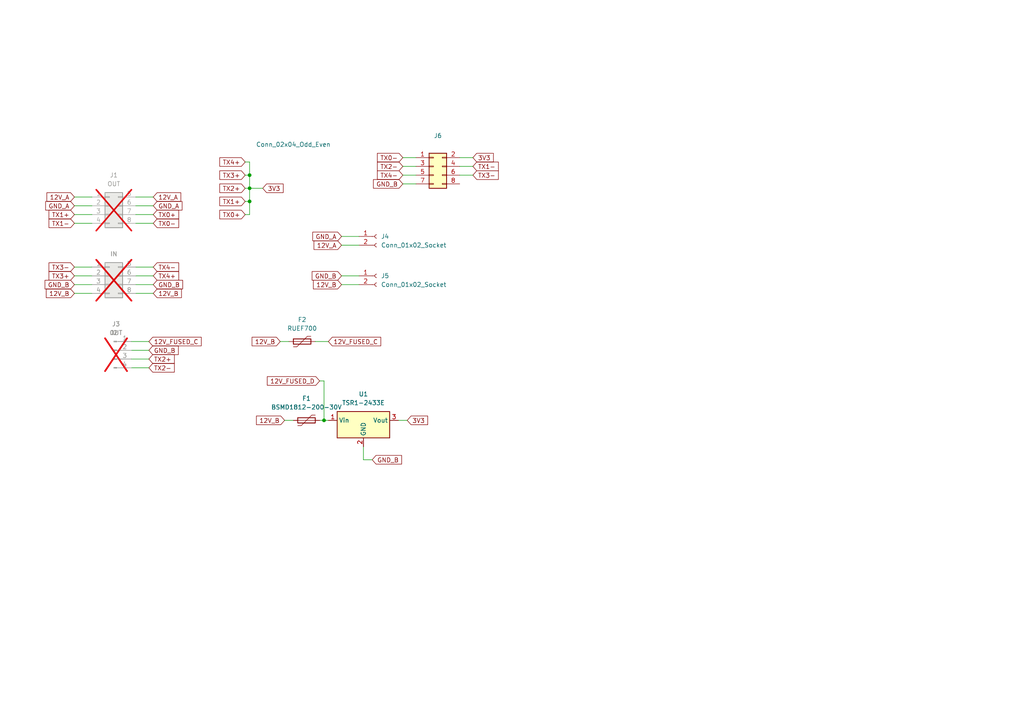
<source format=kicad_sch>
(kicad_sch (version 20250114) (generator "eeschema") (generator_version "9.0")
  (paper "A4")
  (lib_symbols
    (symbol "Connector:Conn_01x02_Socket" (pin_names (offset 1.016) (hide yes))
      (property "Reference" "J" (at 0 2.54 0))
      (property "Value" "Conn_01x02_Socket" (at 0 -5.08 0))
      (symbol "Conn_01x02_Socket_1_1"
        (polyline (pts (xy -1.27 0) (xy -0.508 0)) (stroke (width 0.1524)))
        (polyline (pts (xy -1.27 -2.54) (xy -0.508 -2.54)) (stroke (width 0.1524)))
        (arc (start 0 -0.508) (mid -0.5058 0) (end 0 0.508) (stroke (width 0.1524)))
        (arc (start 0 -3.048) (mid -0.5058 -2.54) (end 0 -2.032) (stroke (width 0.1524)))
        (pin passive line (at -5.08 0 0) (length 3.81) (name "Pin_1") (number "1"))
        (pin passive line (at -5.08 -2.54 0) (length 3.81) (name "Pin_2") (number "2"))
      )
    )
    (symbol "Connector:Conn_01x04_Pin" (pin_names (offset 1.016) (hide yes))
      (property "Reference" "J" (at 0 5.08 0))
      (property "Value" "Conn_01x04_Pin" (at 0 -7.62 0))
      (symbol "Conn_01x04_Pin_1_1"
        (rectangle (start 0.8636 2.667) (end 0 2.413) (stroke (width 0.1524)) (fill (type outline)))
        (rectangle (start 0.8636 0.127) (end 0 -0.127) (stroke (width 0.1524)) (fill (type outline)))
        (rectangle (start 0.8636 -2.413) (end 0 -2.667) (stroke (width 0.1524)) (fill (type outline)))
        (rectangle (start 0.8636 -4.953) (end 0 -5.207) (stroke (width 0.1524)) (fill (type outline)))
        (polyline (pts (xy 1.27 2.54) (xy 0.8636 2.54)) (stroke (width 0.1524)))
        (polyline (pts (xy 1.27 0) (xy 0.8636 0)) (stroke (width 0.1524)))
        (polyline (pts (xy 1.27 -2.54) (xy 0.8636 -2.54)) (stroke (width 0.1524)))
        (polyline (pts (xy 1.27 -5.08) (xy 0.8636 -5.08)) (stroke (width 0.1524)))
        (pin passive line (at 5.08 2.54 180) (length 3.81) (name "Pin_1") (number "1"))
        (pin passive line (at 5.08 0 180) (length 3.81) (name "Pin_2") (number "2"))
        (pin passive line (at 5.08 -2.54 180) (length 3.81) (name "Pin_3") (number "3"))
        (pin passive line (at 5.08 -5.08 180) (length 3.81) (name "Pin_4") (number "4"))
      )
    )
    (symbol "Connector_Generic:Conn_02x04_Odd_Even" (pin_names (offset 1.016) (hide yes))
      (property "Reference" "J" (at 1.27 5.08 0))
      (property "Value" "Conn_02x04_Odd_Even" (at 1.27 -7.62 0))
      (symbol "Conn_02x04_Odd_Even_1_1"
        (rectangle (start -1.27 3.81) (end 3.81 -6.35) (stroke (width 0.254)) (fill (type background)))
        (rectangle (start -1.27 2.667) (end 0 2.413) (stroke (width 0.1524)))
        (rectangle (start -1.27 0.127) (end 0 -0.127) (stroke (width 0.1524)))
        (rectangle (start -1.27 -2.413) (end 0 -2.667) (stroke (width 0.1524)))
        (rectangle (start -1.27 -4.953) (end 0 -5.207) (stroke (width 0.1524)))
        (rectangle (start 3.81 2.667) (end 2.54 2.413) (stroke (width 0.1524)))
        (rectangle (start 3.81 0.127) (end 2.54 -0.127) (stroke (width 0.1524)))
        (rectangle (start 3.81 -2.413) (end 2.54 -2.667) (stroke (width 0.1524)))
        (rectangle (start 3.81 -4.953) (end 2.54 -5.207) (stroke (width 0.1524)))
        (pin passive line (at -5.08 2.54 0) (length 3.81) (name "Pin_1") (number "1"))
        (pin passive line (at -5.08 0 0) (length 3.81) (name "Pin_3") (number "3"))
        (pin passive line (at -5.08 -2.54 0) (length 3.81) (name "Pin_5") (number "5"))
        (pin passive line (at -5.08 -5.08 0) (length 3.81) (name "Pin_7") (number "7"))
        (pin passive line (at 7.62 2.54 180) (length 3.81) (name "Pin_2") (number "2"))
        (pin passive line (at 7.62 0 180) (length 3.81) (name "Pin_4") (number "4"))
        (pin passive line (at 7.62 -2.54 180) (length 3.81) (name "Pin_6") (number "6"))
        (pin passive line (at 7.62 -5.08 180) (length 3.81) (name "Pin_8") (number "8"))
      )
    )
    (symbol "Connector_Generic:Conn_02x04_Top_Bottom" (pin_names (offset 1.016) (hide yes))
      (property "Reference" "J" (at 1.27 5.08 0))
      (property "Value" "Conn_02x04_Top_Bottom" (at 1.27 -7.62 0))
      (symbol "Conn_02x04_Top_Bottom_1_1"
        (rectangle (start -1.27 3.81) (end 3.81 -6.35) (stroke (width 0.254)) (fill (type background)))
        (rectangle (start -1.27 2.667) (end 0 2.413) (stroke (width 0.1524)))
        (rectangle (start -1.27 0.127) (end 0 -0.127) (stroke (width 0.1524)))
        (rectangle (start -1.27 -2.413) (end 0 -2.667) (stroke (width 0.1524)))
        (rectangle (start -1.27 -4.953) (end 0 -5.207) (stroke (width 0.1524)))
        (rectangle (start 3.81 2.667) (end 2.54 2.413) (stroke (width 0.1524)))
        (rectangle (start 3.81 0.127) (end 2.54 -0.127) (stroke (width 0.1524)))
        (rectangle (start 3.81 -2.413) (end 2.54 -2.667) (stroke (width 0.1524)))
        (rectangle (start 3.81 -4.953) (end 2.54 -5.207) (stroke (width 0.1524)))
        (pin passive line (at -5.08 2.54 0) (length 3.81) (name "Pin_1") (number "1"))
        (pin passive line (at -5.08 0 0) (length 3.81) (name "Pin_2") (number "2"))
        (pin passive line (at -5.08 -2.54 0) (length 3.81) (name "Pin_3") (number "3"))
        (pin passive line (at -5.08 -5.08 0) (length 3.81) (name "Pin_4") (number "4"))
        (pin passive line (at 7.62 2.54 180) (length 3.81) (name "Pin_5") (number "5"))
        (pin passive line (at 7.62 0 180) (length 3.81) (name "Pin_6") (number "6"))
        (pin passive line (at 7.62 -2.54 180) (length 3.81) (name "Pin_7") (number "7"))
        (pin passive line (at 7.62 -5.08 180) (length 3.81) (name "Pin_8") (number "8"))
      )
    )
    (symbol "Device:Polyfuse" (pin_numbers (hide yes)) (pin_names (offset 0))
      (property "Reference" "F" (at -2.54 0 90))
      (property "Value" "Polyfuse" (at 2.54 0 90))
      (symbol "Polyfuse_0_1"
        (polyline (pts (xy -1.524 2.54) (xy -1.524 1.524) (xy 1.524 -1.524) (xy 1.524 -2.54)))
        (rectangle (start -0.762 2.54) (end 0.762 -2.54) (stroke (width 0.254)))
        (polyline (pts (xy 0 2.54) (xy 0 -2.54)))
      )
      (symbol "Polyfuse_1_1"
        (pin passive line (at 0 3.81 270) (length 1.27) (name "~") (number "1"))
        (pin passive line (at 0 -3.81 90) (length 1.27) (name "~") (number "2"))
      )
    )
    (symbol "Regulator_Switching:TSR1-2433E"
      (property "Reference" "U" (at -7.62 6.35 0))
      (property "Value" "TSR1-2433E" (at -3.81 6.35 0))
      (symbol "TSR1-2433E_0_1"
        (rectangle (start -7.62 5.08) (end 7.62 -2.54) (stroke (width 0.254)) (fill (type background)))
      )
      (symbol "TSR1-2433E_1_1"
        (pin power_in line (at -10.16 2.54 0) (length 2.54) (name "Vin") (number "1"))
        (pin power_in line (at 0 -5.08 90) (length 2.54) (name "GND") (number "2"))
        (pin power_out line (at 10.16 2.54 180) (length 2.54) (name "Vout") (number "3"))
      )
    )
  )
  (junction (at 72.39 54.61))
  (junction (at 72.39 58.42))
  (junction (at 93.98 121.92))
  (junction (at 72.39 50.8))
  (wire (pts (xy 21.59 80.01) (xy 26.67 80.01)))
  (wire (pts (xy 39.37 57.15) (xy 44.45 57.15)))
  (wire (pts (xy 116.84 50.8) (xy 120.65 50.8)))
  (wire (pts (xy 92.71 121.92) (xy 93.98 121.92)))
  (wire (pts (xy 43.18 101.6) (xy 38.1 101.6)))
  (wire (pts (xy 99.06 68.58) (xy 104.14 68.58)))
  (wire (pts (xy 39.37 77.47) (xy 44.45 77.47)))
  (wire (pts (xy 72.39 58.42) (xy 72.39 62.23)))
  (wire (pts (xy 92.71 110.49) (xy 93.98 110.49)))
  (wire (pts (xy 115.57 121.92) (xy 118.11 121.92)))
  (wire (pts (xy 137.16 45.72) (xy 133.35 45.72)))
  (wire (pts (xy 81.28 99.06) (xy 83.82 99.06)))
  (wire (pts (xy 44.45 59.69) (xy 39.37 59.69)))
  (wire (pts (xy 21.59 64.77) (xy 26.67 64.77)))
  (wire (pts (xy 82.55 121.92) (xy 85.09 121.92)))
  (wire (pts (xy 71.12 46.99) (xy 72.39 46.99)))
  (wire (pts (xy 39.37 64.77) (xy 44.45 64.77)))
  (wire (pts (xy 133.35 50.8) (xy 137.16 50.8)))
  (wire (pts (xy 116.84 45.72) (xy 120.65 45.72)))
  (wire (pts (xy 99.06 80.01) (xy 104.14 80.01)))
  (wire (pts (xy 39.37 85.09) (xy 44.45 85.09)))
  (wire (pts (xy 39.37 80.01) (xy 44.45 80.01)))
  (wire (pts (xy 99.06 82.55) (xy 104.14 82.55)))
  (wire (pts (xy 21.59 82.55) (xy 26.67 82.55)))
  (wire (pts (xy 93.98 110.49) (xy 93.98 121.92)))
  (wire (pts (xy 71.12 58.42) (xy 72.39 58.42)))
  (wire (pts (xy 21.59 59.69) (xy 26.67 59.69)))
  (wire (pts (xy 21.59 57.15) (xy 26.67 57.15)))
  (wire (pts (xy 21.59 85.09) (xy 26.67 85.09)))
  (wire (pts (xy 91.44 99.06) (xy 95.25 99.06)))
  (wire (pts (xy 39.37 62.23) (xy 44.45 62.23)))
  (wire (pts (xy 72.39 50.8) (xy 72.39 54.61)))
  (wire (pts (xy 38.1 99.06) (xy 43.18 99.06)))
  (wire (pts (xy 21.59 62.23) (xy 26.67 62.23)))
  (wire (pts (xy 38.1 104.14) (xy 43.18 104.14)))
  (wire (pts (xy 71.12 62.23) (xy 72.39 62.23)))
  (wire (pts (xy 38.1 106.68) (xy 43.18 106.68)))
  (wire (pts (xy 71.12 50.8) (xy 72.39 50.8)))
  (wire (pts (xy 71.12 54.61) (xy 72.39 54.61)))
  (wire (pts (xy 105.41 133.35) (xy 107.95 133.35)))
  (wire (pts (xy 21.59 77.47) (xy 26.67 77.47)))
  (wire (pts (xy 133.35 48.26) (xy 137.16 48.26)))
  (wire (pts (xy 44.45 82.55) (xy 39.37 82.55)))
  (wire (pts (xy 99.06 71.12) (xy 104.14 71.12)))
  (wire (pts (xy 72.39 54.61) (xy 72.39 58.42)))
  (wire (pts (xy 116.84 48.26) (xy 120.65 48.26)))
  (wire (pts (xy 93.98 121.92) (xy 95.25 121.92)))
  (wire (pts (xy 116.84 53.34) (xy 120.65 53.34)))
  (wire (pts (xy 72.39 54.61) (xy 76.2 54.61)))
  (wire (pts (xy 105.41 133.35) (xy 105.41 129.54)))
  (wire (pts (xy 72.39 46.99) (xy 72.39 50.8)))
  (global_label "3V3" (shape input) (at 76.2 54.61 0) (property "Intersheetrefs" "${INTERSHEET_REFS}" (effects (hide yes))))
  (global_label "TX0+" (shape input) (at 71.12 62.23 180) (property "Intersheetrefs" "${INTERSHEET_REFS}" (effects (hide yes))))
  (global_label "TX2+" (shape input) (at 71.12 54.61 180) (property "Intersheetrefs" "${INTERSHEET_REFS}" (effects (hide yes))))
  (global_label "TX3-" (shape input) (at 21.59 77.47 180) (property "Intersheetrefs" "${INTERSHEET_REFS}" (effects (hide yes))))
  (global_label "TX2-" (shape input) (at 116.84 48.26 180) (property "Intersheetrefs" "${INTERSHEET_REFS}" (effects (hide yes))))
  (global_label "TX2+" (shape input) (at 43.18 104.14 0) (property "Intersheetrefs" "${INTERSHEET_REFS}" (effects (hide yes))))
  (global_label "GND_B" (shape input) (at 116.84 53.34 180) (property "Intersheetrefs" "${INTERSHEET_REFS}" (effects (hide yes))))
  (global_label "GND_B" (shape input) (at 107.95 133.35 0) (property "Intersheetrefs" "${INTERSHEET_REFS}" (effects (hide yes))))
  (global_label "TX3+" (shape input) (at 71.12 50.8 180) (property "Intersheetrefs" "${INTERSHEET_REFS}" (effects (hide yes))))
  (global_label "GND_A" (shape input) (at 44.45 59.69 0) (property "Intersheetrefs" "${INTERSHEET_REFS}" (effects (hide yes))))
  (global_label "TX3-" (shape input) (at 137.16 50.8 0) (property "Intersheetrefs" "${INTERSHEET_REFS}" (effects (hide yes))))
  (global_label "TX0-" (shape input) (at 44.45 64.77 0) (property "Intersheetrefs" "${INTERSHEET_REFS}" (effects (hide yes))))
  (global_label "GND_A" (shape input) (at 99.06 68.58 180) (property "Intersheetrefs" "${INTERSHEET_REFS}" (effects (hide yes))))
  (global_label "GND_A" (shape input) (at 21.59 59.69 180) (property "Intersheetrefs" "${INTERSHEET_REFS}" (effects (hide yes))))
  (global_label "12V_A" (shape input) (at 99.06 71.12 180) (property "Intersheetrefs" "${INTERSHEET_REFS}" (effects (hide yes))))
  (global_label "12V_A" (shape input) (at 21.59 57.15 180) (property "Intersheetrefs" "${INTERSHEET_REFS}" (effects (hide yes))))
  (global_label "TX4+" (shape input) (at 44.45 80.01 0) (property "Intersheetrefs" "${INTERSHEET_REFS}" (effects (hide yes))))
  (global_label "TX1+" (shape input) (at 71.12 58.42 180) (property "Intersheetrefs" "${INTERSHEET_REFS}" (effects (hide yes))))
  (global_label "3V3" (shape input) (at 137.16 45.72 0) (property "Intersheetrefs" "${INTERSHEET_REFS}" (effects (hide yes))))
  (global_label "12V_B" (shape input) (at 82.55 121.92 180) (property "Intersheetrefs" "${INTERSHEET_REFS}" (effects (hide yes))))
  (global_label "TX4-" (shape input) (at 44.45 77.47 0) (property "Intersheetrefs" "${INTERSHEET_REFS}" (effects (hide yes))))
  (global_label "12V_FUSED_C" (shape input) (at 43.18 99.06 0) (property "Intersheetrefs" "${INTERSHEET_REFS}" (effects (hide yes))))
  (global_label "GND_B" (shape input) (at 44.45 82.55 0) (property "Intersheetrefs" "${INTERSHEET_REFS}" (effects (hide yes))))
  (global_label "TX4-" (shape input) (at 116.84 50.8 180) (property "Intersheetrefs" "${INTERSHEET_REFS}" (effects (hide yes))))
  (global_label "TX2-" (shape input) (at 43.18 106.68 0) (property "Intersheetrefs" "${INTERSHEET_REFS}" (effects (hide yes))))
  (global_label "GND_B" (shape input) (at 43.18 101.6 0) (property "Intersheetrefs" "${INTERSHEET_REFS}" (effects (hide yes))))
  (global_label "TX3+" (shape input) (at 21.59 80.01 180) (property "Intersheetrefs" "${INTERSHEET_REFS}" (effects (hide yes))))
  (global_label "GND_B" (shape input) (at 99.06 80.01 180) (property "Intersheetrefs" "${INTERSHEET_REFS}" (effects (hide yes))))
  (global_label "12V_B" (shape input) (at 21.59 85.09 180) (property "Intersheetrefs" "${INTERSHEET_REFS}" (effects (hide yes))))
  (global_label "TX0+" (shape input) (at 44.45 62.23 0) (property "Intersheetrefs" "${INTERSHEET_REFS}" (effects (hide yes))))
  (global_label "12V_B" (shape input) (at 81.28 99.06 180) (property "Intersheetrefs" "${INTERSHEET_REFS}" (effects (hide yes))))
  (global_label "GND_B" (shape input) (at 21.59 82.55 180) (property "Intersheetrefs" "${INTERSHEET_REFS}" (effects (hide yes))))
  (global_label "12V_FUSED_D" (shape input) (at 92.71 110.49 180) (property "Intersheetrefs" "${INTERSHEET_REFS}" (effects (hide yes))))
  (global_label "12V_FUSED_C" (shape input) (at 95.25 99.06 0) (property "Intersheetrefs" "${INTERSHEET_REFS}" (effects (hide yes))))
  (global_label "TX1-" (shape input) (at 137.16 48.26 0) (property "Intersheetrefs" "${INTERSHEET_REFS}" (effects (hide yes))))
  (global_label "12V_B" (shape input) (at 99.06 82.55 180) (property "Intersheetrefs" "${INTERSHEET_REFS}" (effects (hide yes))))
  (global_label "TX1-" (shape input) (at 21.59 64.77 180) (property "Intersheetrefs" "${INTERSHEET_REFS}" (effects (hide yes))))
  (global_label "TX4+" (shape input) (at 71.12 46.99 180) (property "Intersheetrefs" "${INTERSHEET_REFS}" (effects (hide yes))))
  (global_label "12V_B" (shape input) (at 44.45 85.09 0) (property "Intersheetrefs" "${INTERSHEET_REFS}" (effects (hide yes))))
  (global_label "12V_A" (shape input) (at 44.45 57.15 0) (property "Intersheetrefs" "${INTERSHEET_REFS}" (effects (hide yes))))
  (global_label "TX0-" (shape input) (at 116.84 45.72 180) (property "Intersheetrefs" "${INTERSHEET_REFS}" (effects (hide yes))))
  (global_label "3V3" (shape input) (at 118.11 121.92 0) (property "Intersheetrefs" "${INTERSHEET_REFS}" (effects (hide yes))))
  (global_label "TX1+" (shape input) (at 21.59 62.23 180) (property "Intersheetrefs" "${INTERSHEET_REFS}" (effects (hide yes))))
  (symbol (lib_id "Connector_Generic:Conn_02x04_Top_Bottom") (at 31.75 59.69 0) (unit 1) (dnp yes)
    (property "Reference" "J1" (at 33.02 50.8 0))
    (property "Value" "OUT" (at 33.02 53.34 0))
    (property "Footprint" "Connector_Molex:Molex_Micro-Fit_3.0_43045-0800_2x04_P3.00mm_Horizontal" (effects (hide yes)))
    (property "Description" "Generic connector, double row, 02x04, top/bottom pin numbering scheme (row 1: 1...pins_per_row, row2: pins_per_row+1 ... num_pins), script generated (kicad-library-utils/schlib/autogen/connector/)" (effects (hide yes)))
  )
  (symbol (lib_id "Regulator_Switching:TSR1-2433E") (at 105.41 124.46 0) (unit 1)
    (property "Reference" "U1" (at 105.41 114.3 0))
    (property "Value" "TSR1-2433E" (at 105.41 116.84 0))
    (property "Footprint" "Converter_DCDC:Converter_DCDC_TRACO_TSR1-xxxxE_THT" (effects (hide yes)))
    (property "Datasheet" "https://www.tracopower.com/products/tsr1e.pdf" (effects (hide yes)))
    (property "Description" "1A step-down regulator, fixed 3.3V output voltage, 6-36V input voltage, TO-220 compatible LM78xx replacement" (effects (hide yes)))
  )
  (symbol (lib_id "Connector_Generic:Conn_02x04_Top_Bottom") (at 31.75 80.01 0) (unit 1) (dnp yes)
    (property "Reference" "J2" (at 33.02 96.52 0))
    (property "Value" "IN" (at 33.02 73.66 0))
    (property "Footprint" "Connector_Molex:Molex_Micro-Fit_3.0_43045-0800_2x04_P3.00mm_Horizontal" (effects (hide yes)))
    (property "Description" "Generic connector, double row, 02x04, top/bottom pin numbering scheme (row 1: 1...pins_per_row, row2: pins_per_row+1 ... num_pins), script generated (kicad-library-utils/schlib/autogen/connector/)" (effects (hide yes)))
  )
  (symbol (lib_id "Connector:Conn_01x02_Socket") (at 109.22 80.01 0) (unit 1)
    (property "Reference" "J5" (at 110.49 80.0099 0) (effects (justify left)))
    (property "Value" "Conn_01x02_Socket" (at 110.49 82.5499 0) (effects (justify left)))
    (property "Footprint" "amass:AMASS_XT60-F_1x02_P7.20mm_Vertical" (effects (hide yes)))
    (property "Description" "Generic connector, single row, 01x02, script generated" (effects (hide yes)))
  )
  (symbol (lib_id "Connector_Generic:Conn_02x04_Odd_Even") (at 125.73 48.26 0) (unit 1)
    (property "Reference" "J6" (at 127 39.37 0))
    (property "Value" "Conn_02x04_Odd_Even" (at 85.09 41.91 0))
    (property "Footprint" "Connector_PinSocket_2.54mm:PinSocket_2x04_P2.54mm_Vertical" (effects (hide yes)))
    (property "Description" "Generic connector, double row, 02x04, odd/even pin numbering scheme (row 1 odd numbers, row 2 even numbers), script generated (kicad-library-utils/schlib/autogen/connector/)" (effects (hide yes)))
  )
  (symbol (lib_id "Device:Polyfuse") (at 87.63 99.06 90) (unit 1)
    (property "Reference" "F2" (at 87.63 92.71 90))
    (property "Value" "RUEF700" (at 87.63 95.25 90))
    (property "Footprint" "footprints:Fuse_Littlefuse_RUEF" (effects (hide yes)))
    (property "Description" "Resettable fuse, polymeric positive temperature coefficient" (effects (hide yes)))
  )
  (symbol (lib_id "Connector:Conn_01x04_Pin") (at 33.02 101.6 0) (unit 1) (dnp yes)
    (property "Reference" "J3" (at 33.655 93.98 0))
    (property "Value" "OUT" (at 33.655 96.52 0))
    (property "Footprint" "footprints:Molex_Micro-Fit_3.0_43650-0400_1x04_P3.00mm_Horizontal_silk_carveout" (effects (hide yes)))
    (property "Description" "Generic connector, single row, 01x04, script generated" (effects (hide yes)))
  )
  (symbol (lib_id "Connector:Conn_01x02_Socket") (at 109.22 68.58 0) (unit 1)
    (property "Reference" "J4" (at 110.49 68.5799 0) (effects (justify left)))
    (property "Value" "Conn_01x02_Socket" (at 110.49 71.1199 0) (effects (justify left)))
    (property "Footprint" "amass:AMASS_XT60-F_1x02_P7.20mm_Vertical" (effects (hide yes)))
    (property "Description" "Generic connector, single row, 01x02, script generated" (effects (hide yes)))
  )
  (symbol (lib_id "Device:Polyfuse") (at 88.9 121.92 90) (unit 1)
    (property "Reference" "F1" (at 88.9 115.57 90))
    (property "Value" "BSMD1812-200-30V" (at 88.9 118.11 90))
    (property "Footprint" "Fuse:Fuse_1812_4532Metric" (effects (hide yes)))
    (property "Description" "Resettable fuse, polymeric positive temperature coefficient" (effects (hide yes)))
    (property "LCSC" "C960026" (effects (hide yes)))
  )
)
</source>
